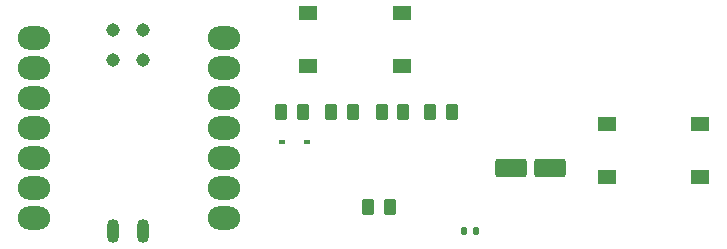
<source format=gbs>
%TF.GenerationSoftware,KiCad,Pcbnew,6.0.11+dfsg-1*%
%TF.CreationDate,2024-04-05T16:29:55+02:00*%
%TF.ProjectId,hexapad,68657861-7061-4642-9e6b-696361645f70,rev?*%
%TF.SameCoordinates,Original*%
%TF.FileFunction,Soldermask,Bot*%
%TF.FilePolarity,Negative*%
%FSLAX46Y46*%
G04 Gerber Fmt 4.6, Leading zero omitted, Abs format (unit mm)*
G04 Created by KiCad (PCBNEW 6.0.11+dfsg-1) date 2024-04-05 16:29:55*
%MOMM*%
%LPD*%
G01*
G04 APERTURE LIST*
G04 Aperture macros list*
%AMRoundRect*
0 Rectangle with rounded corners*
0 $1 Rounding radius*
0 $2 $3 $4 $5 $6 $7 $8 $9 X,Y pos of 4 corners*
0 Add a 4 corners polygon primitive as box body*
4,1,4,$2,$3,$4,$5,$6,$7,$8,$9,$2,$3,0*
0 Add four circle primitives for the rounded corners*
1,1,$1+$1,$2,$3*
1,1,$1+$1,$4,$5*
1,1,$1+$1,$6,$7*
1,1,$1+$1,$8,$9*
0 Add four rect primitives between the rounded corners*
20,1,$1+$1,$2,$3,$4,$5,0*
20,1,$1+$1,$4,$5,$6,$7,0*
20,1,$1+$1,$6,$7,$8,$9,0*
20,1,$1+$1,$8,$9,$2,$3,0*%
G04 Aperture macros list end*
%ADD10RoundRect,0.250000X-0.262500X-0.450000X0.262500X-0.450000X0.262500X0.450000X-0.262500X0.450000X0*%
%ADD11RoundRect,0.250000X1.075000X0.550000X-1.075000X0.550000X-1.075000X-0.550000X1.075000X-0.550000X0*%
%ADD12R,1.550000X1.300000*%
%ADD13R,0.600000X0.450000*%
%ADD14RoundRect,0.140000X-0.140000X-0.170000X0.140000X-0.170000X0.140000X0.170000X-0.140000X0.170000X0*%
%ADD15O,2.748280X1.998980*%
%ADD16O,1.016000X2.032000*%
%ADD17C,1.143000*%
G04 APERTURE END LIST*
D10*
X165091000Y-44200000D03*
X166916000Y-44200000D03*
X156605500Y-44200000D03*
X158430500Y-44200000D03*
X169202000Y-44200000D03*
X171027000Y-44200000D03*
X160820000Y-44200000D03*
X162645000Y-44200000D03*
D11*
X179355000Y-49020000D03*
X176005000Y-49020000D03*
D12*
X192080000Y-45220000D03*
X184130000Y-45220000D03*
X184130000Y-49720000D03*
X192080000Y-49720000D03*
D13*
X158768000Y-46740000D03*
X156668000Y-46740000D03*
D14*
X172084500Y-54345500D03*
X173044500Y-54345500D03*
D15*
X151781290Y-38000490D03*
X151781290Y-40540490D03*
X151781290Y-43080490D03*
X151781290Y-45620490D03*
X151781290Y-48160490D03*
X151781290Y-50700490D03*
X151781290Y-53240490D03*
X135616730Y-53240490D03*
X135616730Y-50700490D03*
X135616730Y-48160490D03*
X135616730Y-45620490D03*
X135616730Y-43080490D03*
X135616730Y-40540490D03*
X135616730Y-38000490D03*
D16*
X144914410Y-54318310D03*
X142364410Y-54318310D03*
D17*
X144915607Y-37314123D03*
X142375607Y-37314123D03*
X144915607Y-39854123D03*
X142375607Y-39854123D03*
D10*
X163948000Y-52245500D03*
X165773000Y-52245500D03*
D12*
X166845000Y-40380000D03*
X158895000Y-40380000D03*
X158895000Y-35880000D03*
X166845000Y-35880000D03*
M02*

</source>
